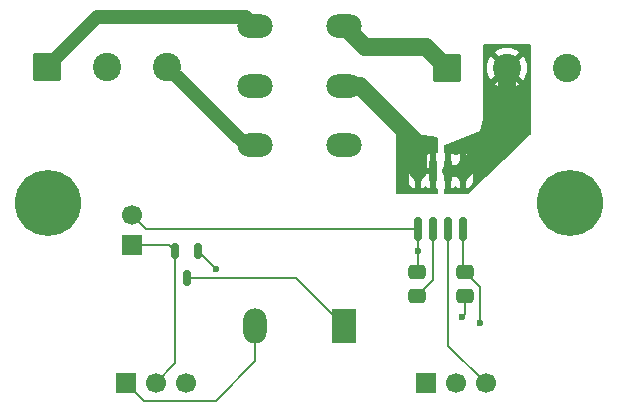
<source format=gbr>
%TF.GenerationSoftware,KiCad,Pcbnew,9.0.3*%
%TF.CreationDate,2025-12-07T20:19:00-06:00*%
%TF.ProjectId,AmmeterRelays,416d6d65-7465-4725-9265-6c6179732e6b,rev?*%
%TF.SameCoordinates,Original*%
%TF.FileFunction,Copper,L1,Top*%
%TF.FilePolarity,Positive*%
%FSLAX46Y46*%
G04 Gerber Fmt 4.6, Leading zero omitted, Abs format (unit mm)*
G04 Created by KiCad (PCBNEW 9.0.3) date 2025-12-07 20:19:00*
%MOMM*%
%LPD*%
G01*
G04 APERTURE LIST*
G04 Aperture macros list*
%AMRoundRect*
0 Rectangle with rounded corners*
0 $1 Rounding radius*
0 $2 $3 $4 $5 $6 $7 $8 $9 X,Y pos of 4 corners*
0 Add a 4 corners polygon primitive as box body*
4,1,4,$2,$3,$4,$5,$6,$7,$8,$9,$2,$3,0*
0 Add four circle primitives for the rounded corners*
1,1,$1+$1,$2,$3*
1,1,$1+$1,$4,$5*
1,1,$1+$1,$6,$7*
1,1,$1+$1,$8,$9*
0 Add four rect primitives between the rounded corners*
20,1,$1+$1,$2,$3,$4,$5,0*
20,1,$1+$1,$4,$5,$6,$7,0*
20,1,$1+$1,$6,$7,$8,$9,0*
20,1,$1+$1,$8,$9,$2,$3,0*%
G04 Aperture macros list end*
%TA.AperFunction,ComponentPad*%
%ADD10R,1.700000X1.700000*%
%TD*%
%TA.AperFunction,ComponentPad*%
%ADD11C,1.700000*%
%TD*%
%TA.AperFunction,ComponentPad*%
%ADD12RoundRect,0.250001X-0.949999X-0.949999X0.949999X-0.949999X0.949999X0.949999X-0.949999X0.949999X0*%
%TD*%
%TA.AperFunction,ComponentPad*%
%ADD13C,2.400000*%
%TD*%
%TA.AperFunction,ComponentPad*%
%ADD14O,3.000000X2.000000*%
%TD*%
%TA.AperFunction,ComponentPad*%
%ADD15R,2.000000X3.000000*%
%TD*%
%TA.AperFunction,ComponentPad*%
%ADD16O,2.000000X3.000000*%
%TD*%
%TA.AperFunction,ComponentPad*%
%ADD17C,3.600000*%
%TD*%
%TA.AperFunction,ConnectorPad*%
%ADD18C,5.600000*%
%TD*%
%TA.AperFunction,SMDPad,CuDef*%
%ADD19RoundRect,0.150000X-0.150000X0.825000X-0.150000X-0.825000X0.150000X-0.825000X0.150000X0.825000X0*%
%TD*%
%TA.AperFunction,SMDPad,CuDef*%
%ADD20RoundRect,0.250000X0.475000X-0.337500X0.475000X0.337500X-0.475000X0.337500X-0.475000X-0.337500X0*%
%TD*%
%TA.AperFunction,SMDPad,CuDef*%
%ADD21RoundRect,0.150000X-0.150000X0.512500X-0.150000X-0.512500X0.150000X-0.512500X0.150000X0.512500X0*%
%TD*%
%TA.AperFunction,SMDPad,CuDef*%
%ADD22RoundRect,0.250000X-0.475000X0.337500X-0.475000X-0.337500X0.475000X-0.337500X0.475000X0.337500X0*%
%TD*%
%TA.AperFunction,ViaPad*%
%ADD23C,0.600000*%
%TD*%
%TA.AperFunction,Conductor*%
%ADD24C,1.200000*%
%TD*%
%TA.AperFunction,Conductor*%
%ADD25C,0.200000*%
%TD*%
%TA.AperFunction,Conductor*%
%ADD26C,1.500000*%
%TD*%
%TA.AperFunction,Conductor*%
%ADD27C,1.000000*%
%TD*%
G04 APERTURE END LIST*
D10*
%TO.P,JP1,1,A*%
%TO.N,GNDPWR*%
X74168000Y-59436000D03*
D11*
%TO.P,JP1,2,B*%
%TO.N,GND*%
X74168000Y-56896000D03*
%TD*%
D12*
%TO.P,J5,1,Pin_1*%
%TO.N,Net-(J5-Pin_1)*%
X67010000Y-44346500D03*
D13*
%TO.P,J5,2,Pin_2*%
%TO.N,Net-(J5-Pin_2)*%
X72090000Y-44346500D03*
%TO.P,J5,3,Pin_3*%
%TO.N,Net-(J5-Pin_3)*%
X77170000Y-44346500D03*
%TD*%
D14*
%TO.P,K1,11*%
%TO.N,Net-(K1-Pad11)*%
X92142000Y-45952000D03*
%TO.P,K1,12*%
%TO.N,Net-(J1-Pin_3)*%
X92142000Y-50992000D03*
%TO.P,K1,14*%
%TO.N,Net-(J1-Pin_1)*%
X92142000Y-40912000D03*
%TO.P,K1,21*%
%TO.N,Net-(J5-Pin_2)*%
X84642000Y-45952000D03*
%TO.P,K1,22*%
%TO.N,Net-(J5-Pin_3)*%
X84642000Y-50992000D03*
%TO.P,K1,24*%
%TO.N,Net-(J5-Pin_1)*%
X84642000Y-40912000D03*
D15*
%TO.P,K1,A1*%
%TO.N,Net-(Q1-D)*%
X92142000Y-66252000D03*
D16*
%TO.P,K1,A2*%
%TO.N,Net-(J2-Pin_1)*%
X84642000Y-66252000D03*
%TD*%
D17*
%TO.P,H1,1*%
%TO.N,N/C*%
X67056000Y-55880000D03*
D18*
X67056000Y-55880000D03*
%TD*%
D19*
%TO.P,U1,1,IP+*%
%TO.N,Net-(J1-Pin_2)*%
X102235000Y-53151000D03*
%TO.P,U1,2,IP+*%
X100965000Y-53151000D03*
%TO.P,U1,3,IP-*%
%TO.N,Net-(K1-Pad11)*%
X99695000Y-53151000D03*
%TO.P,U1,4,IP-*%
X98425000Y-53151000D03*
%TO.P,U1,5,GND*%
%TO.N,GND*%
X98425000Y-58101000D03*
%TO.P,U1,6,FILTER*%
%TO.N,Net-(U1-FILTER)*%
X99695000Y-58101000D03*
%TO.P,U1,7,VIOUT*%
%TO.N,Net-(J3-Pin_3)*%
X100965000Y-58101000D03*
%TO.P,U1,8,VCC*%
%TO.N,Net-(J3-Pin_2)*%
X102235000Y-58101000D03*
%TD*%
D20*
%TO.P,C1,1*%
%TO.N,Net-(U1-FILTER)*%
X98298000Y-63775500D03*
%TO.P,C1,2*%
%TO.N,GND*%
X98298000Y-61700500D03*
%TD*%
D10*
%TO.P,J2,1,Pin_1*%
%TO.N,Net-(J2-Pin_1)*%
X73660000Y-71120000D03*
D11*
%TO.P,J2,2,Pin_2*%
%TO.N,GNDPWR*%
X76200000Y-71120000D03*
%TO.P,J2,3,Pin_3*%
%TO.N,Net-(J2-Pin_3)*%
X78740000Y-71120000D03*
%TD*%
D17*
%TO.P,H2,1*%
%TO.N,N/C*%
X111252000Y-55880000D03*
D18*
X111252000Y-55880000D03*
%TD*%
D10*
%TO.P,J3,1,Pin_1*%
%TO.N,GND*%
X99060000Y-71120000D03*
D11*
%TO.P,J3,2,Pin_2*%
%TO.N,Net-(J3-Pin_2)*%
X101600000Y-71120000D03*
%TO.P,J3,3,Pin_3*%
%TO.N,Net-(J3-Pin_3)*%
X104140000Y-71120000D03*
%TD*%
D21*
%TO.P,Q1,1,G*%
%TO.N,Net-(J2-Pin_3)*%
X79756000Y-59944000D03*
%TO.P,Q1,2,S*%
%TO.N,GNDPWR*%
X77856000Y-59944000D03*
%TO.P,Q1,3,D*%
%TO.N,Net-(Q1-D)*%
X78806000Y-62219000D03*
%TD*%
D12*
%TO.P,J1,1,Pin_1*%
%TO.N,Net-(J1-Pin_1)*%
X100838000Y-44450000D03*
D13*
%TO.P,J1,2,Pin_2*%
%TO.N,Net-(J1-Pin_2)*%
X105918000Y-44450000D03*
%TO.P,J1,3,Pin_3*%
%TO.N,Net-(J1-Pin_3)*%
X110998000Y-44450000D03*
%TD*%
D22*
%TO.P,C2,1*%
%TO.N,Net-(J3-Pin_2)*%
X102362000Y-61700500D03*
%TO.P,C2,2*%
%TO.N,GND*%
X102362000Y-63775500D03*
%TD*%
D23*
%TO.N,Net-(J2-Pin_3)*%
X81280000Y-61468000D03*
%TO.N,GND*%
X98425000Y-59944000D03*
X102108000Y-65532000D03*
%TO.N,Net-(J3-Pin_2)*%
X103632000Y-66040000D03*
%TD*%
D24*
%TO.N,Net-(J5-Pin_3)*%
X83815500Y-50992000D02*
X84642000Y-50992000D01*
X77170000Y-44346500D02*
X83815500Y-50992000D01*
%TO.N,Net-(J5-Pin_1)*%
X71224500Y-40132000D02*
X67010000Y-44346500D01*
X83862000Y-40132000D02*
X71224500Y-40132000D01*
X84642000Y-40912000D02*
X83862000Y-40132000D01*
D25*
%TO.N,Net-(J2-Pin_3)*%
X81280000Y-61468000D02*
X79756000Y-59944000D01*
%TO.N,GNDPWR*%
X77348000Y-59436000D02*
X77856000Y-59944000D01*
X74168000Y-59436000D02*
X77348000Y-59436000D01*
X77856000Y-69464000D02*
X77856000Y-59944000D01*
X76200000Y-71120000D02*
X77856000Y-69464000D01*
%TO.N,Net-(J2-Pin_1)*%
X81280000Y-72644000D02*
X84642000Y-69282000D01*
X84642000Y-69282000D02*
X84642000Y-66252000D01*
X75184000Y-72644000D02*
X81280000Y-72644000D01*
X73660000Y-71120000D02*
X75184000Y-72644000D01*
%TO.N,Net-(Q1-D)*%
X88109000Y-62219000D02*
X92142000Y-66252000D01*
X78806000Y-62219000D02*
X88109000Y-62219000D01*
%TO.N,GND*%
X102362000Y-65278000D02*
X102108000Y-65532000D01*
X102362000Y-63775500D02*
X102362000Y-65278000D01*
%TO.N,Net-(J3-Pin_2)*%
X103632000Y-62970500D02*
X103632000Y-66040000D01*
X102362000Y-61700500D02*
X103632000Y-62970500D01*
%TO.N,Net-(J3-Pin_3)*%
X100965000Y-67945000D02*
X104140000Y-71120000D01*
X100965000Y-58101000D02*
X100965000Y-67945000D01*
%TO.N,GND*%
X98425000Y-58101000D02*
X98425000Y-61573500D01*
X98425000Y-61573500D02*
X98298000Y-61700500D01*
X74168000Y-56896000D02*
X75373000Y-58101000D01*
X75373000Y-58101000D02*
X98425000Y-58101000D01*
D26*
%TO.N,Net-(J1-Pin_1)*%
X99060000Y-42672000D02*
X100838000Y-44450000D01*
X92142000Y-40912000D02*
X93902000Y-42672000D01*
X93902000Y-42672000D02*
X99060000Y-42672000D01*
%TO.N,Net-(K1-Pad11)*%
X98425000Y-50906001D02*
X98425000Y-53151000D01*
X92142000Y-45952000D02*
X93470999Y-45952000D01*
X93470999Y-45952000D02*
X98425000Y-50906001D01*
D25*
%TO.N,Net-(U1-FILTER)*%
X99695000Y-62378500D02*
X99695000Y-58101000D01*
X98298000Y-63775500D02*
X99695000Y-62378500D01*
D27*
%TO.N,Net-(J1-Pin_2)*%
X100965000Y-53151000D02*
X102235000Y-53151000D01*
D26*
X105918000Y-49468000D02*
X105918000Y-44450000D01*
X102235000Y-53151000D02*
X105918000Y-49468000D01*
D25*
%TO.N,Net-(J3-Pin_2)*%
X102235000Y-61573500D02*
X102362000Y-61700500D01*
X102235000Y-58101000D02*
X102235000Y-61573500D01*
%TD*%
%TA.AperFunction,Conductor*%
%TO.N,Net-(K1-Pad11)*%
G36*
X99969538Y-50276791D02*
G01*
X100033118Y-50305758D01*
X100070946Y-50364502D01*
X100076000Y-50399544D01*
X100076000Y-51554869D01*
X100056315Y-51621908D01*
X100003511Y-51667663D01*
X99945949Y-51677825D01*
X99945000Y-51678703D01*
X99945000Y-54623295D01*
X99946103Y-54624314D01*
X100010650Y-54637875D01*
X100060406Y-54686927D01*
X100076000Y-54747128D01*
X100076000Y-54994000D01*
X100056315Y-55061039D01*
X100003511Y-55106794D01*
X99952000Y-55118000D01*
X96644000Y-55118000D01*
X96576961Y-55098315D01*
X96531206Y-55045511D01*
X96520000Y-54994000D01*
X96520000Y-54041649D01*
X97625000Y-54041649D01*
X97627899Y-54078489D01*
X97627900Y-54078495D01*
X97673716Y-54236193D01*
X97673717Y-54236196D01*
X97757314Y-54377552D01*
X97757321Y-54377561D01*
X97873438Y-54493678D01*
X97873447Y-54493685D01*
X98014801Y-54577281D01*
X98172514Y-54623100D01*
X98172511Y-54623100D01*
X98174998Y-54623295D01*
X98175000Y-54623295D01*
X98675000Y-54623295D01*
X98675001Y-54623295D01*
X98677486Y-54623100D01*
X98835198Y-54577281D01*
X98976552Y-54493685D01*
X98982722Y-54488900D01*
X98984546Y-54491252D01*
X99033595Y-54464445D01*
X99103288Y-54469402D01*
X99136063Y-54490465D01*
X99137278Y-54488900D01*
X99143447Y-54493685D01*
X99284801Y-54577281D01*
X99442514Y-54623100D01*
X99442511Y-54623100D01*
X99444998Y-54623295D01*
X99445000Y-54623295D01*
X99445000Y-53401000D01*
X98675000Y-53401000D01*
X98675000Y-54623295D01*
X98175000Y-54623295D01*
X98175000Y-53401000D01*
X97625000Y-53401000D01*
X97625000Y-54041649D01*
X96520000Y-54041649D01*
X96520000Y-52260350D01*
X97625000Y-52260350D01*
X97625000Y-52901000D01*
X98175000Y-52901000D01*
X98175000Y-51678703D01*
X98675000Y-51678703D01*
X98675000Y-52901000D01*
X99445000Y-52901000D01*
X99445000Y-51678703D01*
X99442503Y-51678900D01*
X99284806Y-51724716D01*
X99284803Y-51724717D01*
X99143447Y-51808314D01*
X99137278Y-51813100D01*
X99135457Y-51810753D01*
X99086358Y-51837564D01*
X99016666Y-51832580D01*
X98983930Y-51811541D01*
X98982722Y-51813100D01*
X98976552Y-51808314D01*
X98835196Y-51724717D01*
X98835193Y-51724716D01*
X98677494Y-51678900D01*
X98677497Y-51678900D01*
X98675000Y-51678703D01*
X98175000Y-51678703D01*
X98172503Y-51678900D01*
X98014806Y-51724716D01*
X98014803Y-51724717D01*
X97873447Y-51808314D01*
X97873438Y-51808321D01*
X97757321Y-51924438D01*
X97757314Y-51924447D01*
X97673717Y-52065803D01*
X97673716Y-52065806D01*
X97627900Y-52223504D01*
X97627899Y-52223510D01*
X97625000Y-52260350D01*
X96520000Y-52260350D01*
X96520000Y-49926973D01*
X96539685Y-49859934D01*
X96592489Y-49814179D01*
X96661534Y-49804219D01*
X99969538Y-50276791D01*
G37*
%TD.AperFunction*%
%TD*%
%TA.AperFunction,Conductor*%
%TO.N,Net-(J1-Pin_2)*%
G36*
X107893039Y-42437685D02*
G01*
X107938794Y-42490489D01*
X107950000Y-42542000D01*
X107950000Y-50007230D01*
X107930315Y-50074269D01*
X107911699Y-50096850D01*
X105687741Y-52223510D01*
X102736630Y-55045511D01*
X102696777Y-55083620D01*
X102634720Y-55115725D01*
X102611078Y-55118000D01*
X100705500Y-55118000D01*
X100696814Y-55115449D01*
X100687853Y-55116738D01*
X100663812Y-55105759D01*
X100638461Y-55098315D01*
X100632533Y-55091474D01*
X100624297Y-55087713D01*
X100610007Y-55065478D01*
X100592706Y-55045511D01*
X100590418Y-55034996D01*
X100586523Y-55028935D01*
X100581500Y-54994000D01*
X100581500Y-54746931D01*
X100601185Y-54679892D01*
X100653989Y-54634137D01*
X100714922Y-54623367D01*
X100715000Y-54623295D01*
X101215000Y-54623295D01*
X101215001Y-54623295D01*
X101217486Y-54623100D01*
X101375198Y-54577281D01*
X101516552Y-54493685D01*
X101522722Y-54488900D01*
X101524546Y-54491252D01*
X101573595Y-54464445D01*
X101643288Y-54469402D01*
X101676063Y-54490465D01*
X101677278Y-54488900D01*
X101683447Y-54493685D01*
X101824801Y-54577281D01*
X101982514Y-54623100D01*
X101982511Y-54623100D01*
X101984998Y-54623295D01*
X101985000Y-54623295D01*
X102485000Y-54623295D01*
X102485001Y-54623295D01*
X102487486Y-54623100D01*
X102645198Y-54577281D01*
X102786552Y-54493685D01*
X102786561Y-54493678D01*
X102902678Y-54377561D01*
X102902685Y-54377552D01*
X102986282Y-54236196D01*
X102986283Y-54236193D01*
X103032099Y-54078495D01*
X103032100Y-54078489D01*
X103034999Y-54041649D01*
X103035000Y-54041634D01*
X103035000Y-53401000D01*
X102485000Y-53401000D01*
X102485000Y-54623295D01*
X101985000Y-54623295D01*
X101985000Y-53401000D01*
X101215000Y-53401000D01*
X101215000Y-54623295D01*
X100715000Y-54623295D01*
X100715000Y-51699751D01*
X100674501Y-51678703D01*
X101215000Y-51678703D01*
X101215000Y-52901000D01*
X101985000Y-52901000D01*
X102485000Y-52901000D01*
X103035000Y-52901000D01*
X103035000Y-52260365D01*
X103034999Y-52260350D01*
X103032100Y-52223510D01*
X103032099Y-52223504D01*
X102986283Y-52065806D01*
X102986282Y-52065803D01*
X102902685Y-51924447D01*
X102902678Y-51924438D01*
X102786561Y-51808321D01*
X102786552Y-51808314D01*
X102645196Y-51724717D01*
X102645193Y-51724716D01*
X102487494Y-51678900D01*
X102487497Y-51678900D01*
X102485000Y-51678703D01*
X102485000Y-52901000D01*
X101985000Y-52901000D01*
X101985000Y-51678703D01*
X101982503Y-51678900D01*
X101824806Y-51724716D01*
X101824803Y-51724717D01*
X101683447Y-51808314D01*
X101677278Y-51813100D01*
X101675457Y-51810753D01*
X101626358Y-51837564D01*
X101556666Y-51832580D01*
X101523930Y-51811541D01*
X101522722Y-51813100D01*
X101516552Y-51808314D01*
X101375196Y-51724717D01*
X101375193Y-51724716D01*
X101217494Y-51678900D01*
X101217497Y-51678900D01*
X101215000Y-51678703D01*
X100674501Y-51678703D01*
X100648316Y-51665094D01*
X100647712Y-51664515D01*
X100646892Y-51664343D01*
X100622519Y-51640333D01*
X100597909Y-51616712D01*
X100597714Y-51615898D01*
X100597117Y-51615310D01*
X100581500Y-51555067D01*
X100581500Y-51042432D01*
X100601185Y-50975393D01*
X100653989Y-50929638D01*
X100660978Y-50926700D01*
X103632000Y-49784000D01*
X103886000Y-48768001D01*
X103886000Y-44338575D01*
X104218000Y-44338575D01*
X104218000Y-44561424D01*
X104247085Y-44782354D01*
X104247088Y-44782367D01*
X104304763Y-44997618D01*
X104390045Y-45203502D01*
X104390054Y-45203520D01*
X104501464Y-45396491D01*
X104501473Y-45396504D01*
X104552040Y-45462403D01*
X104552043Y-45462403D01*
X105202152Y-44812293D01*
X105209049Y-44828942D01*
X105296599Y-44959970D01*
X105408030Y-45071401D01*
X105539058Y-45158951D01*
X105555705Y-45165846D01*
X104905595Y-45815955D01*
X104905595Y-45815956D01*
X104971507Y-45866533D01*
X105164485Y-45977949D01*
X105164497Y-45977954D01*
X105370381Y-46063236D01*
X105585632Y-46120911D01*
X105585645Y-46120914D01*
X105806575Y-46150000D01*
X106029425Y-46150000D01*
X106250354Y-46120914D01*
X106250367Y-46120911D01*
X106465618Y-46063236D01*
X106671502Y-45977954D01*
X106671514Y-45977949D01*
X106864498Y-45866530D01*
X106930403Y-45815957D01*
X106930404Y-45815956D01*
X106280294Y-45165846D01*
X106296942Y-45158951D01*
X106427970Y-45071401D01*
X106539401Y-44959970D01*
X106626951Y-44828942D01*
X106633846Y-44812294D01*
X107283956Y-45462404D01*
X107283957Y-45462403D01*
X107334530Y-45396498D01*
X107445949Y-45203514D01*
X107445954Y-45203502D01*
X107531236Y-44997618D01*
X107588911Y-44782367D01*
X107588914Y-44782354D01*
X107618000Y-44561424D01*
X107618000Y-44338575D01*
X107588914Y-44117645D01*
X107588911Y-44117632D01*
X107531236Y-43902381D01*
X107445954Y-43696497D01*
X107445949Y-43696485D01*
X107334533Y-43503507D01*
X107283956Y-43437595D01*
X107283955Y-43437595D01*
X106633846Y-44087704D01*
X106626951Y-44071058D01*
X106539401Y-43940030D01*
X106427970Y-43828599D01*
X106296942Y-43741049D01*
X106280293Y-43734152D01*
X106930403Y-43084043D01*
X106930403Y-43084040D01*
X106864504Y-43033473D01*
X106864491Y-43033464D01*
X106671520Y-42922054D01*
X106671502Y-42922045D01*
X106465618Y-42836763D01*
X106250367Y-42779088D01*
X106250354Y-42779085D01*
X106029425Y-42750000D01*
X105806575Y-42750000D01*
X105585645Y-42779085D01*
X105585632Y-42779088D01*
X105370381Y-42836763D01*
X105164497Y-42922045D01*
X105164479Y-42922054D01*
X104971511Y-43033462D01*
X104905595Y-43084042D01*
X105555706Y-43734152D01*
X105539058Y-43741049D01*
X105408030Y-43828599D01*
X105296599Y-43940030D01*
X105209049Y-44071058D01*
X105202153Y-44087706D01*
X104552042Y-43437595D01*
X104501462Y-43503511D01*
X104390054Y-43696479D01*
X104390045Y-43696497D01*
X104304763Y-43902381D01*
X104247088Y-44117632D01*
X104247085Y-44117645D01*
X104218000Y-44338575D01*
X103886000Y-44338575D01*
X103886000Y-42542000D01*
X103905685Y-42474961D01*
X103958489Y-42429206D01*
X104010000Y-42418000D01*
X107826000Y-42418000D01*
X107893039Y-42437685D01*
G37*
%TD.AperFunction*%
%TD*%
M02*

</source>
